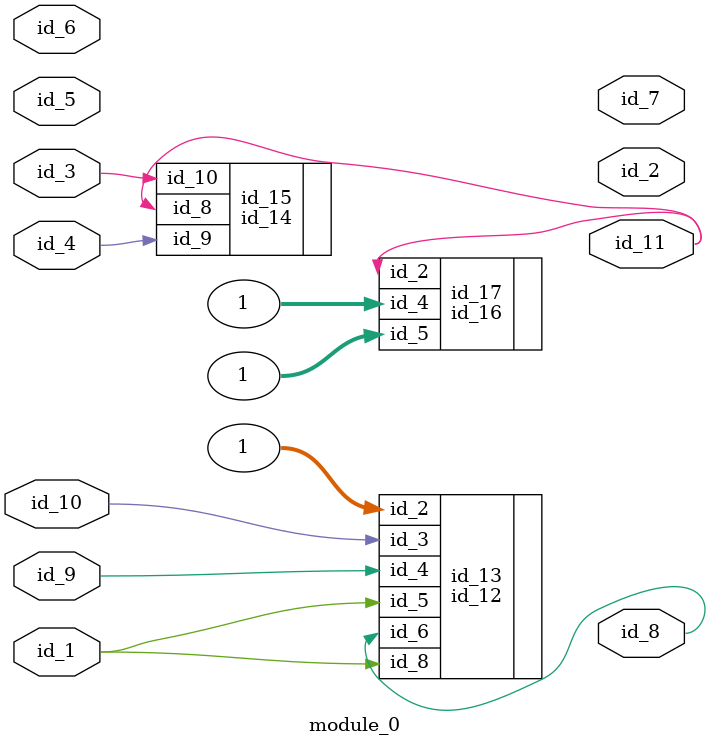
<source format=v>
module module_0 (
    id_1,
    id_2,
    id_3,
    id_4,
    id_5,
    id_6,
    id_7,
    id_8,
    id_9,
    id_10,
    id_11
);
  output id_11;
  input id_10;
  input id_9;
  output id_8;
  output id_7;
  input id_6;
  input id_5;
  input id_4;
  input id_3;
  output id_2;
  input id_1;
  id_12 id_13 (
      .id_5(id_10),
      .id_5(id_1),
      .id_2(1),
      .id_6(id_8),
      .id_8(id_1),
      .id_4(id_9),
      .id_3(id_10)
  );
  id_14 id_15 (
      .id_8 (id_11),
      .id_10(id_3),
      .id_9 ((id_4))
  );
  id_16 id_17 (
      .id_4(1),
      .id_2(id_11),
      .id_5(id_15),
      .id_5(1)
  );
endmodule

</source>
